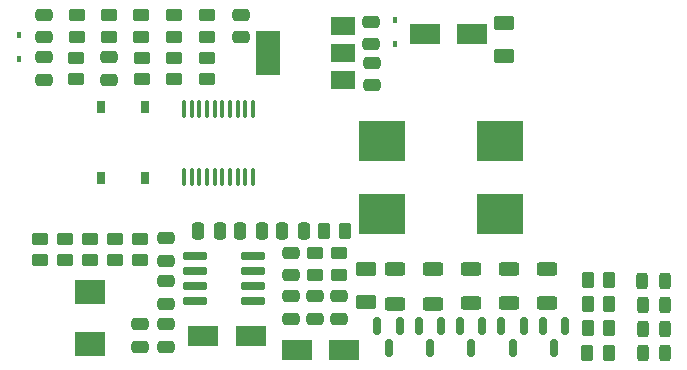
<source format=gtp>
G04 #@! TF.GenerationSoftware,KiCad,Pcbnew,(6.0.5-0)*
G04 #@! TF.CreationDate,2022-07-04T19:17:30-05:00*
G04 #@! TF.ProjectId,ras_pi_supercap_ups,7261735f-7069-45f7-9375-706572636170,rev?*
G04 #@! TF.SameCoordinates,Original*
G04 #@! TF.FileFunction,Paste,Top*
G04 #@! TF.FilePolarity,Positive*
%FSLAX46Y46*%
G04 Gerber Fmt 4.6, Leading zero omitted, Abs format (unit mm)*
G04 Created by KiCad (PCBNEW (6.0.5-0)) date 2022-07-04 19:17:30*
%MOMM*%
%LPD*%
G01*
G04 APERTURE LIST*
G04 Aperture macros list*
%AMRoundRect*
0 Rectangle with rounded corners*
0 $1 Rounding radius*
0 $2 $3 $4 $5 $6 $7 $8 $9 X,Y pos of 4 corners*
0 Add a 4 corners polygon primitive as box body*
4,1,4,$2,$3,$4,$5,$6,$7,$8,$9,$2,$3,0*
0 Add four circle primitives for the rounded corners*
1,1,$1+$1,$2,$3*
1,1,$1+$1,$4,$5*
1,1,$1+$1,$6,$7*
1,1,$1+$1,$8,$9*
0 Add four rect primitives between the rounded corners*
20,1,$1+$1,$2,$3,$4,$5,0*
20,1,$1+$1,$4,$5,$6,$7,0*
20,1,$1+$1,$6,$7,$8,$9,0*
20,1,$1+$1,$8,$9,$2,$3,0*%
G04 Aperture macros list end*
%ADD10RoundRect,0.243750X0.243750X0.456250X-0.243750X0.456250X-0.243750X-0.456250X0.243750X-0.456250X0*%
%ADD11R,0.450000X0.600000*%
%ADD12RoundRect,0.150000X-0.150000X0.587500X-0.150000X-0.587500X0.150000X-0.587500X0.150000X0.587500X0*%
%ADD13RoundRect,0.250000X0.625000X-0.312500X0.625000X0.312500X-0.625000X0.312500X-0.625000X-0.312500X0*%
%ADD14RoundRect,0.250000X0.475000X-0.250000X0.475000X0.250000X-0.475000X0.250000X-0.475000X-0.250000X0*%
%ADD15RoundRect,0.250000X-0.475000X0.250000X-0.475000X-0.250000X0.475000X-0.250000X0.475000X0.250000X0*%
%ADD16RoundRect,0.250000X-0.450000X0.262500X-0.450000X-0.262500X0.450000X-0.262500X0.450000X0.262500X0*%
%ADD17R,2.500000X2.000000*%
%ADD18R,0.750000X1.000000*%
%ADD19RoundRect,0.250000X0.250000X0.475000X-0.250000X0.475000X-0.250000X-0.475000X0.250000X-0.475000X0*%
%ADD20RoundRect,0.250000X-0.262500X-0.450000X0.262500X-0.450000X0.262500X0.450000X-0.262500X0.450000X0*%
%ADD21RoundRect,0.250000X-0.250000X-0.475000X0.250000X-0.475000X0.250000X0.475000X-0.250000X0.475000X0*%
%ADD22RoundRect,0.250000X0.450000X-0.262500X0.450000X0.262500X-0.450000X0.262500X-0.450000X-0.262500X0*%
%ADD23R,4.000000X3.400000*%
%ADD24R,2.500000X1.800000*%
%ADD25RoundRect,0.250000X0.262500X0.450000X-0.262500X0.450000X-0.262500X-0.450000X0.262500X-0.450000X0*%
%ADD26RoundRect,0.100000X0.100000X-0.637500X0.100000X0.637500X-0.100000X0.637500X-0.100000X-0.637500X0*%
%ADD27RoundRect,0.042000X0.943000X0.258000X-0.943000X0.258000X-0.943000X-0.258000X0.943000X-0.258000X0*%
%ADD28RoundRect,0.250000X0.625000X-0.375000X0.625000X0.375000X-0.625000X0.375000X-0.625000X-0.375000X0*%
%ADD29R,2.000000X1.500000*%
%ADD30R,2.000000X3.800000*%
G04 APERTURE END LIST*
D10*
X113951595Y-130302000D03*
X112076595Y-130302000D03*
D11*
X91100000Y-108170000D03*
X91100000Y-110270000D03*
D12*
X98540000Y-134082500D03*
X96640000Y-134082500D03*
X97590000Y-135957500D03*
D13*
X104010000Y-132182500D03*
X104010000Y-129257500D03*
D14*
X82326000Y-129829500D03*
X82326000Y-127929500D03*
D15*
X61400000Y-111370000D03*
X61400000Y-113270000D03*
D11*
X59300000Y-109450000D03*
X59300000Y-111550000D03*
D16*
X75200000Y-111387500D03*
X75200000Y-113212500D03*
D17*
X65329000Y-131259500D03*
X65329000Y-135659500D03*
D15*
X66915000Y-111350000D03*
X66915000Y-113250000D03*
D18*
X66225000Y-115618000D03*
X66225000Y-121618000D03*
X69975000Y-121618000D03*
X69975000Y-115618000D03*
D19*
X76336000Y-126038000D03*
X74436000Y-126038000D03*
D20*
X107437500Y-130257000D03*
X109262500Y-130257000D03*
D21*
X81525332Y-126038000D03*
X83425332Y-126038000D03*
D14*
X71716000Y-132244500D03*
X71716000Y-130344500D03*
D12*
X105540000Y-134082500D03*
X103640000Y-134082500D03*
X104590000Y-135957500D03*
D22*
X66915000Y-109612500D03*
X66915000Y-107787500D03*
D23*
X100020000Y-118460000D03*
X90020000Y-118460000D03*
D13*
X91170000Y-132222500D03*
X91170000Y-129297500D03*
D22*
X84366000Y-129792000D03*
X84366000Y-127967000D03*
D24*
X86806000Y-136144000D03*
X82806000Y-136144000D03*
D15*
X89154000Y-111826000D03*
X89154000Y-113726000D03*
D16*
X64172500Y-107787500D03*
X64172500Y-109612500D03*
D13*
X94380000Y-132222500D03*
X94380000Y-129297500D03*
D25*
X86912500Y-126038000D03*
X85087500Y-126038000D03*
D15*
X82326000Y-131619500D03*
X82326000Y-133519500D03*
X86406000Y-131619500D03*
X86406000Y-133519500D03*
D16*
X69657500Y-107787500D03*
X69657500Y-109612500D03*
D10*
X113967500Y-132334000D03*
X112092500Y-132334000D03*
D22*
X61116000Y-128572000D03*
X61116000Y-126747000D03*
D14*
X71716000Y-135879500D03*
X71716000Y-133979500D03*
D20*
X107437500Y-132289000D03*
X109262500Y-132289000D03*
D15*
X78066000Y-107750000D03*
X78066000Y-109650000D03*
D26*
X73275000Y-121480500D03*
X73925000Y-121480500D03*
X74575000Y-121480500D03*
X75225000Y-121480500D03*
X75875000Y-121480500D03*
X76525000Y-121480500D03*
X77175000Y-121480500D03*
X77825000Y-121480500D03*
X78475000Y-121480500D03*
X79125000Y-121480500D03*
X79125000Y-115755500D03*
X78475000Y-115755500D03*
X77825000Y-115755500D03*
X77175000Y-115755500D03*
X76525000Y-115755500D03*
X75875000Y-115755500D03*
X75225000Y-115755500D03*
X74575000Y-115755500D03*
X73925000Y-115755500D03*
X73275000Y-115755500D03*
D20*
X107395000Y-136398000D03*
X109220000Y-136398000D03*
D13*
X100800000Y-132182500D03*
X100800000Y-129257500D03*
D24*
X74911000Y-134949500D03*
X78911000Y-134949500D03*
D14*
X69572000Y-135879500D03*
X69572000Y-133979500D03*
D10*
X113967500Y-136398000D03*
X112092500Y-136398000D03*
D27*
X79126000Y-132007000D03*
X79126000Y-130737000D03*
X79126000Y-129467000D03*
X79126000Y-128197000D03*
X74186000Y-128197000D03*
X74186000Y-129467000D03*
X74186000Y-130737000D03*
X74186000Y-132007000D03*
D12*
X91540000Y-134082500D03*
X89640000Y-134082500D03*
X90590000Y-135957500D03*
D16*
X72400000Y-107787500D03*
X72400000Y-109612500D03*
X63230000Y-126747000D03*
X63230000Y-128572000D03*
D22*
X69572000Y-128572000D03*
X69572000Y-126747000D03*
D19*
X79880666Y-126038000D03*
X77980666Y-126038000D03*
D22*
X86406000Y-129792000D03*
X86406000Y-127967000D03*
D14*
X71716000Y-128609500D03*
X71716000Y-126709500D03*
D12*
X102040000Y-134082500D03*
X100140000Y-134082500D03*
X101090000Y-135957500D03*
D16*
X72400000Y-111387500D03*
X72400000Y-113212500D03*
D22*
X75200000Y-109612500D03*
X75200000Y-107787500D03*
D28*
X100400000Y-111300000D03*
X100400000Y-108500000D03*
D16*
X64157500Y-111387500D03*
X64157500Y-113212500D03*
D13*
X97590000Y-132182500D03*
X97590000Y-129257500D03*
D20*
X107437500Y-134321000D03*
X109262500Y-134321000D03*
D12*
X95040000Y-134082500D03*
X93140000Y-134082500D03*
X94090000Y-135957500D03*
D10*
X113967500Y-134366000D03*
X112092500Y-134366000D03*
D29*
X86716000Y-113298000D03*
D30*
X80416000Y-110998000D03*
D29*
X86716000Y-110998000D03*
X86716000Y-108698000D03*
D22*
X69672500Y-113212500D03*
X69672500Y-111387500D03*
D23*
X100020000Y-124630000D03*
X90020000Y-124630000D03*
D15*
X84366000Y-131619500D03*
X84366000Y-133519500D03*
D28*
X88646000Y-132078000D03*
X88646000Y-129278000D03*
D14*
X61400000Y-109670000D03*
X61400000Y-107770000D03*
D22*
X65344000Y-128572000D03*
X65344000Y-126747000D03*
D14*
X89122000Y-110252000D03*
X89122000Y-108352000D03*
D24*
X93665000Y-109370000D03*
X97665000Y-109370000D03*
D22*
X67458000Y-128572000D03*
X67458000Y-126747000D03*
M02*

</source>
